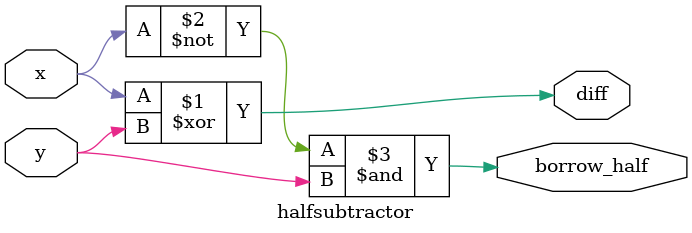
<source format=v>
module halfsubtractor(
input x,
input y,
output diff,
output borrow_half
);

assign diff = x ^ y;
assign borrow_half = ~x & y;

endmodule
</source>
